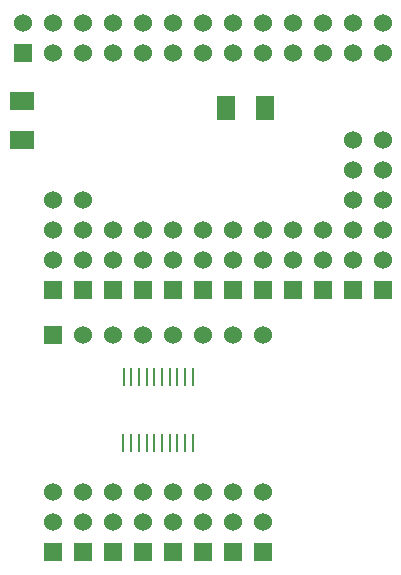
<source format=gts>
G04 (created by PCBNEW (2013-07-07 BZR 4022)-stable) date 11/27/2014 11:53:55 AM*
%MOIN*%
G04 Gerber Fmt 3.4, Leading zero omitted, Abs format*
%FSLAX34Y34*%
G01*
G70*
G90*
G04 APERTURE LIST*
%ADD10C,0.00590551*%
%ADD11R,0.06X0.06*%
%ADD12C,0.06*%
%ADD13R,0.06X0.08*%
%ADD14R,0.00984252X0.0610236*%
%ADD15R,0.08X0.06*%
G04 APERTURE END LIST*
G54D10*
G54D11*
X750Y-1850D03*
G54D12*
X750Y-850D03*
X1750Y-1850D03*
X1750Y-850D03*
X2750Y-1850D03*
X2750Y-850D03*
X3750Y-1850D03*
X3750Y-850D03*
X4750Y-1850D03*
X4750Y-850D03*
X5750Y-1850D03*
X5750Y-850D03*
X6750Y-1850D03*
X6750Y-850D03*
X7750Y-1850D03*
X7750Y-850D03*
X8750Y-1850D03*
X8750Y-850D03*
X9750Y-1850D03*
X9750Y-850D03*
X10750Y-1850D03*
X10750Y-850D03*
X11750Y-1850D03*
X11750Y-850D03*
X12750Y-1850D03*
X12750Y-850D03*
G54D11*
X3750Y-9750D03*
G54D12*
X3750Y-8750D03*
X3750Y-7750D03*
G54D11*
X6750Y-9750D03*
G54D12*
X6750Y-8750D03*
X6750Y-7750D03*
G54D11*
X7750Y-9750D03*
G54D12*
X7750Y-8750D03*
X7750Y-7750D03*
G54D13*
X7500Y-3700D03*
X8800Y-3700D03*
G54D11*
X5750Y-9750D03*
G54D12*
X5750Y-8750D03*
X5750Y-7750D03*
G54D11*
X8750Y-9750D03*
G54D12*
X8750Y-8750D03*
X8750Y-7750D03*
G54D11*
X9750Y-9750D03*
G54D12*
X9750Y-8750D03*
X9750Y-7750D03*
G54D11*
X10750Y-9750D03*
G54D12*
X10750Y-8750D03*
X10750Y-7750D03*
G54D11*
X4750Y-9750D03*
G54D12*
X4750Y-8750D03*
X4750Y-7750D03*
G54D11*
X11750Y-9750D03*
G54D12*
X11750Y-8750D03*
X11750Y-7750D03*
X11750Y-6750D03*
X11750Y-5750D03*
X11750Y-4750D03*
G54D11*
X12750Y-9750D03*
G54D12*
X12750Y-8750D03*
X12750Y-7750D03*
X12750Y-6750D03*
X12750Y-5750D03*
X12750Y-4750D03*
G54D11*
X1750Y-9750D03*
G54D12*
X1750Y-8750D03*
X1750Y-7750D03*
X1750Y-6750D03*
G54D11*
X2750Y-9750D03*
G54D12*
X2750Y-8750D03*
X2750Y-7750D03*
X2750Y-6750D03*
G54D14*
X4088Y-14852D03*
X4354Y-14852D03*
X4610Y-14852D03*
X4866Y-14852D03*
X5122Y-14852D03*
X5377Y-14852D03*
X5633Y-14852D03*
X5889Y-14852D03*
X6145Y-14852D03*
X6401Y-14852D03*
X6401Y-12647D03*
X6145Y-12647D03*
X5889Y-12647D03*
X5633Y-12647D03*
X5377Y-12647D03*
X5122Y-12647D03*
X4866Y-12647D03*
X4610Y-12647D03*
X4354Y-12647D03*
X4098Y-12647D03*
G54D12*
X6750Y-11250D03*
X5750Y-11250D03*
G54D11*
X1750Y-11250D03*
G54D12*
X2750Y-11250D03*
X3750Y-11250D03*
X4750Y-11250D03*
X7750Y-11250D03*
X8750Y-11250D03*
G54D11*
X8750Y-18500D03*
G54D12*
X8750Y-17500D03*
X8750Y-16500D03*
G54D11*
X7750Y-18500D03*
G54D12*
X7750Y-17500D03*
X7750Y-16500D03*
G54D11*
X6750Y-18500D03*
G54D12*
X6750Y-17500D03*
X6750Y-16500D03*
G54D11*
X5750Y-18500D03*
G54D12*
X5750Y-17500D03*
X5750Y-16500D03*
G54D11*
X4750Y-18500D03*
G54D12*
X4750Y-17500D03*
X4750Y-16500D03*
G54D11*
X3750Y-18500D03*
G54D12*
X3750Y-17500D03*
X3750Y-16500D03*
G54D11*
X2750Y-18500D03*
G54D12*
X2750Y-17500D03*
X2750Y-16500D03*
G54D11*
X1750Y-18500D03*
G54D12*
X1750Y-17500D03*
X1750Y-16500D03*
G54D15*
X700Y-3450D03*
X700Y-4750D03*
M02*

</source>
